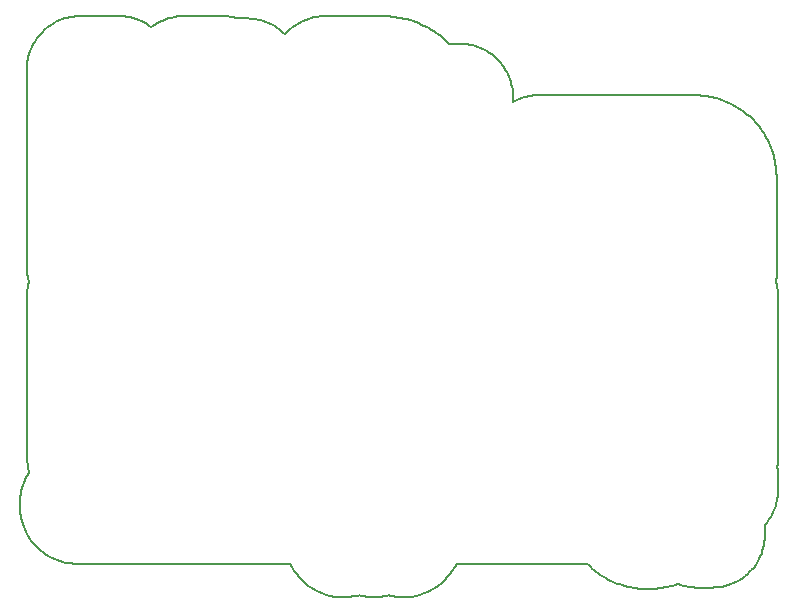
<source format=gbr>
%TF.GenerationSoftware,KiCad,Pcbnew,(5.1.6)-1*%
%TF.CreationDate,2020-09-30T19:57:20-06:00*%
%TF.ProjectId,PCB_LDE,5043425f-4c44-4452-9e6b-696361645f70,v1.0*%
%TF.SameCoordinates,Original*%
%TF.FileFunction,Profile,NP*%
%FSLAX46Y46*%
G04 Gerber Fmt 4.6, Leading zero omitted, Abs format (unit mm)*
G04 Created by KiCad (PCBNEW (5.1.6)-1) date 2020-09-30 19:57:20*
%MOMM*%
%LPD*%
G01*
G04 APERTURE LIST*
%TA.AperFunction,Profile*%
%ADD10C,0.200000*%
%TD*%
G04 APERTURE END LIST*
D10*
X137656645Y-75834282D02*
X137410923Y-75769325D01*
X137410923Y-75769325D02*
X137163907Y-75711081D01*
X137163907Y-75711081D02*
X136915694Y-75659558D01*
X136915694Y-75659558D02*
X136666380Y-75614764D01*
X136666380Y-75614764D02*
X136416061Y-75576708D01*
X136416061Y-75576708D02*
X136164833Y-75545398D01*
X136164833Y-75545398D02*
X135912793Y-75520843D01*
X135912793Y-75520843D02*
X135660037Y-75503052D01*
X135660037Y-75503052D02*
X135406661Y-75492032D01*
X135406661Y-75492032D02*
X135152761Y-75487793D01*
X135152761Y-75487793D02*
X134983251Y-75488739D01*
X137744495Y-75859776D02*
X137656645Y-75834282D01*
X146424758Y-82752637D02*
X146424758Y-82410625D01*
X168692951Y-98018135D02*
X168715023Y-97807355D01*
X168715023Y-97807355D02*
X168726928Y-97618655D01*
X141843125Y-77827615D02*
X140973992Y-77827615D01*
X148621006Y-82178081D02*
X148404004Y-82183417D01*
X148404004Y-82183417D02*
X148188216Y-82199308D01*
X148188216Y-82199308D02*
X147974016Y-82225576D01*
X147974016Y-82225576D02*
X147761780Y-82262042D01*
X147761780Y-82262042D02*
X147551882Y-82308528D01*
X147551882Y-82308528D02*
X147344699Y-82364857D01*
X147344699Y-82364857D02*
X147140605Y-82430851D01*
X147140605Y-82430851D02*
X146939976Y-82506331D01*
X146939976Y-82506331D02*
X146743187Y-82591120D01*
X146743187Y-82591120D02*
X146550613Y-82685039D01*
X146550613Y-82685039D02*
X146424758Y-82752637D01*
X148749164Y-82178081D02*
X148621006Y-82178081D01*
X164854985Y-82920844D02*
X164666418Y-82830124D01*
X164666418Y-82830124D02*
X164475568Y-82745407D01*
X164475568Y-82745407D02*
X164282340Y-82666672D01*
X164282340Y-82666672D02*
X164086637Y-82593898D01*
X164086637Y-82593898D02*
X163888364Y-82527066D01*
X163888364Y-82527066D02*
X163687426Y-82466153D01*
X163687426Y-82466153D02*
X163483728Y-82411140D01*
X163483728Y-82411140D02*
X163277174Y-82362006D01*
X163277174Y-82362006D02*
X163067669Y-82318729D01*
X163067669Y-82318729D02*
X162855117Y-82281290D01*
X162855117Y-82281290D02*
X162639423Y-82249668D01*
X162639423Y-82249668D02*
X162420492Y-82223841D01*
X162420492Y-82223841D02*
X162198228Y-82203790D01*
X162198228Y-82203790D02*
X161972536Y-82189493D01*
X161972536Y-82189493D02*
X161743320Y-82180930D01*
X161743320Y-82180930D02*
X161510486Y-82178081D01*
X168736919Y-97113604D02*
X168736923Y-96892010D01*
X168736923Y-96892010D02*
X168736935Y-96670420D01*
X168736935Y-96670420D02*
X168736955Y-96448831D01*
X168736955Y-96448831D02*
X168736984Y-96227242D01*
X168736984Y-96227242D02*
X168737022Y-96005653D01*
X168737022Y-96005653D02*
X168737068Y-95784061D01*
X168737068Y-95784061D02*
X168737124Y-95562465D01*
X168737124Y-95562465D02*
X168737188Y-95340865D01*
X168737188Y-95340865D02*
X168737261Y-95119259D01*
X168737261Y-95119259D02*
X168737343Y-94897645D01*
X168737343Y-94897645D02*
X168737435Y-94676023D01*
X168737435Y-94676023D02*
X168737536Y-94454391D01*
X168737536Y-94454391D02*
X168737647Y-94232748D01*
X168737647Y-94232748D02*
X168737767Y-94011092D01*
X168737767Y-94011092D02*
X168737898Y-93789423D01*
X168737898Y-93789423D02*
X168738038Y-93567739D01*
X168738038Y-93567739D02*
X168738189Y-93346039D01*
X168738189Y-93346039D02*
X168738349Y-93124321D01*
X168738349Y-93124321D02*
X168738520Y-92902585D01*
X168738520Y-92902585D02*
X168738702Y-92680829D01*
X168738702Y-92680829D02*
X168738894Y-92459051D01*
X168738894Y-92459051D02*
X168739096Y-92237251D01*
X168739096Y-92237251D02*
X168739310Y-92015428D01*
X168739310Y-92015428D02*
X168739535Y-91793579D01*
X168739535Y-91793579D02*
X168739770Y-91571704D01*
X168739770Y-91571704D02*
X168740017Y-91349802D01*
X168740017Y-91349802D02*
X168740275Y-91127871D01*
X168740275Y-91127871D02*
X168740545Y-90905910D01*
X168740545Y-90905910D02*
X168740827Y-90683917D01*
X168740827Y-90683917D02*
X168741120Y-90461892D01*
X168741120Y-90461892D02*
X168741425Y-90239833D01*
X168741425Y-90239833D02*
X168741742Y-90017740D01*
X168726928Y-97618655D02*
X168733051Y-97413212D01*
X168733051Y-97413212D02*
X168736498Y-97208176D01*
X168736498Y-97208176D02*
X168736919Y-97113604D01*
X168743464Y-89784507D02*
X168745256Y-89570613D01*
X168745256Y-89570613D02*
X168745152Y-89352863D01*
X168745152Y-89352863D02*
X168742464Y-89152685D01*
X168742464Y-89152685D02*
X168738297Y-88996614D01*
X168741742Y-90017740D02*
X168743464Y-89784507D01*
X168855086Y-99296761D02*
X168850821Y-99087782D01*
X168850821Y-99087782D02*
X168838254Y-98882183D01*
X168838254Y-98882183D02*
X168817726Y-98679981D01*
X168817726Y-98679981D02*
X168789575Y-98481193D01*
X168789575Y-98481193D02*
X168746212Y-98247178D01*
X168746212Y-98247178D02*
X168692951Y-98018135D01*
X168855086Y-112773974D02*
X168855086Y-99296761D01*
X168787799Y-113651009D02*
X168817451Y-113442689D01*
X168817451Y-113442689D02*
X168839795Y-113227946D01*
X168839795Y-113227946D02*
X168852962Y-113005475D01*
X168852962Y-113005475D02*
X168855488Y-112803450D01*
X168855488Y-112803450D02*
X168855086Y-112773974D01*
X130657245Y-75488739D02*
X130384895Y-75495507D01*
X130384895Y-75495507D02*
X130118023Y-75515614D01*
X130118023Y-75515614D02*
X129856903Y-75548765D01*
X129856903Y-75548765D02*
X129601811Y-75594664D01*
X129601811Y-75594664D02*
X129353025Y-75653014D01*
X129353025Y-75653014D02*
X129110819Y-75723520D01*
X129110819Y-75723520D02*
X128875470Y-75805886D01*
X128875470Y-75805886D02*
X128647255Y-75899817D01*
X128647255Y-75899817D02*
X128426448Y-76005015D01*
X128426448Y-76005015D02*
X128213326Y-76121185D01*
X128213326Y-76121185D02*
X128008166Y-76248032D01*
X128008166Y-76248032D02*
X127811243Y-76385259D01*
X127811243Y-76385259D02*
X127622833Y-76532571D01*
X127622833Y-76532571D02*
X127443212Y-76689672D01*
X127443212Y-76689672D02*
X127272658Y-76856265D01*
X127272658Y-76856265D02*
X127111445Y-77032056D01*
X140973992Y-77827615D02*
X140809273Y-77659763D01*
X140809273Y-77659763D02*
X140639295Y-77497526D01*
X140639295Y-77497526D02*
X140464124Y-77340983D01*
X140464124Y-77340983D02*
X140283826Y-77190212D01*
X140283826Y-77190212D02*
X140098467Y-77045291D01*
X140098467Y-77045291D02*
X139908114Y-76906300D01*
X139908114Y-76906300D02*
X139712832Y-76773317D01*
X139712832Y-76773317D02*
X139512690Y-76646420D01*
X139512690Y-76646420D02*
X139307752Y-76525688D01*
X139307752Y-76525688D02*
X139098085Y-76411199D01*
X139098085Y-76411199D02*
X138883756Y-76303032D01*
X138883756Y-76303032D02*
X138664830Y-76201266D01*
X138664830Y-76201266D02*
X138441375Y-76105978D01*
X138441375Y-76105978D02*
X138213456Y-76017248D01*
X138213456Y-76017248D02*
X137981141Y-75935155D01*
X137981141Y-75935155D02*
X137744495Y-75859776D01*
X161510486Y-82178081D02*
X161111739Y-82178331D01*
X161111739Y-82178331D02*
X160712996Y-82178565D01*
X160712996Y-82178565D02*
X160314256Y-82178783D01*
X160314256Y-82178783D02*
X159915518Y-82178985D01*
X159915518Y-82178985D02*
X159516782Y-82179171D01*
X159516782Y-82179171D02*
X159118046Y-82179340D01*
X159118046Y-82179340D02*
X158719311Y-82179493D01*
X158719311Y-82179493D02*
X158320575Y-82179631D01*
X158320575Y-82179631D02*
X157921838Y-82179752D01*
X157921838Y-82179752D02*
X157523100Y-82179857D01*
X157523100Y-82179857D02*
X157124359Y-82179946D01*
X157124359Y-82179946D02*
X156725616Y-82180018D01*
X156725616Y-82180018D02*
X156326869Y-82180075D01*
X156326869Y-82180075D02*
X155928118Y-82180115D01*
X155928118Y-82180115D02*
X155529361Y-82180139D01*
X155529361Y-82180139D02*
X155130600Y-82180148D01*
X155130600Y-82180148D02*
X154731832Y-82180139D01*
X154731832Y-82180139D02*
X154333058Y-82180115D01*
X154333058Y-82180115D02*
X153934277Y-82180075D01*
X153934277Y-82180075D02*
X153535487Y-82180018D01*
X153535487Y-82180018D02*
X153136689Y-82179946D01*
X153136689Y-82179946D02*
X152737882Y-82179857D01*
X152737882Y-82179857D02*
X152339065Y-82179752D01*
X152339065Y-82179752D02*
X151940237Y-82179631D01*
X151940237Y-82179631D02*
X151541398Y-82179493D01*
X151541398Y-82179493D02*
X151142548Y-82179340D01*
X151142548Y-82179340D02*
X150743685Y-82179171D01*
X150743685Y-82179171D02*
X150344809Y-82178985D01*
X150344809Y-82178985D02*
X149945920Y-82178783D01*
X149945920Y-82178783D02*
X149547016Y-82178565D01*
X149547016Y-82178565D02*
X149148098Y-82178331D01*
X149148098Y-82178331D02*
X148749164Y-82178081D01*
X146424758Y-82410625D02*
X146418906Y-82171360D01*
X146418906Y-82171360D02*
X146401528Y-81935625D01*
X146401528Y-81935625D02*
X146372890Y-81703689D01*
X146372890Y-81703689D02*
X146333260Y-81475815D01*
X146333260Y-81475815D02*
X146282904Y-81252273D01*
X146282904Y-81252273D02*
X146222088Y-81033327D01*
X146222088Y-81033327D02*
X146151079Y-80819245D01*
X146151079Y-80819245D02*
X146070144Y-80610293D01*
X146070144Y-80610293D02*
X145979550Y-80406738D01*
X145979550Y-80406738D02*
X145879562Y-80208846D01*
X145879562Y-80208846D02*
X145770449Y-80016884D01*
X145770449Y-80016884D02*
X145652475Y-79831119D01*
X145652475Y-79831119D02*
X145525909Y-79651817D01*
X145525909Y-79651817D02*
X145391017Y-79479244D01*
X145391017Y-79479244D02*
X145248064Y-79313668D01*
X145248064Y-79313668D02*
X145097319Y-79155354D01*
X145097319Y-79155354D02*
X144939047Y-79004570D01*
X144939047Y-79004570D02*
X144773516Y-78861582D01*
X144773516Y-78861582D02*
X144600991Y-78726656D01*
X144600991Y-78726656D02*
X144421740Y-78600060D01*
X144421740Y-78600060D02*
X144236030Y-78482059D01*
X144236030Y-78482059D02*
X144044126Y-78372921D01*
X144044126Y-78372921D02*
X143846295Y-78272912D01*
X143846295Y-78272912D02*
X143642805Y-78182298D01*
X143642805Y-78182298D02*
X143433921Y-78101346D01*
X143433921Y-78101346D02*
X143219911Y-78030323D01*
X143219911Y-78030323D02*
X143001041Y-77969495D01*
X143001041Y-77969495D02*
X142777578Y-77919129D01*
X142777578Y-77919129D02*
X142549788Y-77879491D01*
X142549788Y-77879491D02*
X142317938Y-77850849D01*
X142317938Y-77850849D02*
X142082295Y-77833467D01*
X142082295Y-77833467D02*
X141843125Y-77827615D01*
X134983251Y-75488739D02*
X130657245Y-75488739D01*
X168738297Y-88996614D02*
X168724335Y-88746530D01*
X168724335Y-88746530D02*
X168702777Y-88499290D01*
X168702777Y-88499290D02*
X168673690Y-88254998D01*
X168673690Y-88254998D02*
X168637141Y-88013757D01*
X168637141Y-88013757D02*
X168593196Y-87775672D01*
X168593196Y-87775672D02*
X168541923Y-87540847D01*
X168541923Y-87540847D02*
X168483387Y-87309386D01*
X168483387Y-87309386D02*
X168417655Y-87081394D01*
X168417655Y-87081394D02*
X168344795Y-86856974D01*
X168344795Y-86856974D02*
X168264873Y-86636230D01*
X168264873Y-86636230D02*
X168177955Y-86419267D01*
X168177955Y-86419267D02*
X168084109Y-86206189D01*
X168084109Y-86206189D02*
X167983402Y-85997100D01*
X167983402Y-85997100D02*
X167875899Y-85792105D01*
X167875899Y-85792105D02*
X167761668Y-85591306D01*
X167761668Y-85591306D02*
X167640775Y-85394810D01*
X167640775Y-85394810D02*
X167513288Y-85202718D01*
X167513288Y-85202718D02*
X167379272Y-85015137D01*
X167379272Y-85015137D02*
X167238796Y-84832169D01*
X167238796Y-84832169D02*
X167091924Y-84653920D01*
X167091924Y-84653920D02*
X166938725Y-84480492D01*
X166938725Y-84480492D02*
X166779265Y-84311991D01*
X166779265Y-84311991D02*
X166613610Y-84148521D01*
X166613610Y-84148521D02*
X166441828Y-83990185D01*
X166441828Y-83990185D02*
X166263985Y-83837088D01*
X166263985Y-83837088D02*
X166080148Y-83689334D01*
X166080148Y-83689334D02*
X165890383Y-83547027D01*
X165890383Y-83547027D02*
X165694758Y-83410271D01*
X165694758Y-83410271D02*
X165493338Y-83279171D01*
X165493338Y-83279171D02*
X165286192Y-83153830D01*
X165286192Y-83153830D02*
X165073385Y-83034353D01*
X165073385Y-83034353D02*
X164854985Y-82920844D01*
X127111445Y-77032056D02*
X126957507Y-76880988D01*
X126957507Y-76880988D02*
X126796399Y-76737501D01*
X126796399Y-76737501D02*
X126628410Y-76601893D01*
X126628410Y-76601893D02*
X126453828Y-76474465D01*
X126453828Y-76474465D02*
X126272939Y-76355513D01*
X126272939Y-76355513D02*
X126086032Y-76245338D01*
X126086032Y-76245338D02*
X125893396Y-76144237D01*
X125893396Y-76144237D02*
X125695316Y-76052510D01*
X125695316Y-76052510D02*
X125492083Y-75970455D01*
X125492083Y-75970455D02*
X125283982Y-75898372D01*
X125283982Y-75898372D02*
X125071303Y-75836559D01*
X125071303Y-75836559D02*
X124854333Y-75785314D01*
X124854333Y-75785314D02*
X124633359Y-75744937D01*
X124633359Y-75744937D02*
X124408671Y-75715727D01*
X124408671Y-75715727D02*
X124180554Y-75697981D01*
X124180554Y-75697981D02*
X123949299Y-75692000D01*
X168876445Y-114552332D02*
X168872083Y-114351629D01*
X168872083Y-114351629D02*
X168856592Y-114124517D01*
X168856592Y-114124517D02*
X168830184Y-113900055D01*
X168830184Y-113900055D02*
X168793158Y-113678488D01*
X168793158Y-113678488D02*
X168787799Y-113651009D01*
X105452280Y-114092304D02*
X105322735Y-114305865D01*
X105322735Y-114305865D02*
X105204031Y-114526375D01*
X105204031Y-114526375D02*
X105096583Y-114753476D01*
X105096583Y-114753476D02*
X105000807Y-114986809D01*
X105000807Y-114986809D02*
X104917117Y-115226017D01*
X104917117Y-115226017D02*
X104845929Y-115470740D01*
X104845929Y-115470740D02*
X104787658Y-115720622D01*
X104787658Y-115720622D02*
X104742718Y-115975304D01*
X104742718Y-115975304D02*
X104711526Y-116234428D01*
X104711526Y-116234428D02*
X104694496Y-116497636D01*
X104694496Y-116497636D02*
X104691216Y-116675200D01*
X167749899Y-119310009D02*
X167749899Y-118538997D01*
X162133704Y-123872349D02*
X163169644Y-123872349D01*
X159314583Y-123864081D02*
X159527782Y-123821247D01*
X159527782Y-123821247D02*
X159737946Y-123772043D01*
X159737946Y-123772043D02*
X159945104Y-123716743D01*
X159945104Y-123716743D02*
X160149285Y-123655621D01*
X160149285Y-123655621D02*
X160350520Y-123588950D01*
X160350520Y-123588950D02*
X160416949Y-123565542D01*
X133345625Y-124526228D02*
X133575997Y-124581091D01*
X133575997Y-124581091D02*
X133810311Y-124624601D01*
X133810311Y-124624601D02*
X134047619Y-124656814D01*
X134047619Y-124656814D02*
X134286977Y-124677787D01*
X134286977Y-124677787D02*
X134527436Y-124687576D01*
X134527436Y-124687576D02*
X134768052Y-124686236D01*
X134768052Y-124686236D02*
X135007879Y-124673824D01*
X135007879Y-124673824D02*
X135245969Y-124650397D01*
X135245969Y-124650397D02*
X135481378Y-124616010D01*
X135481378Y-124616010D02*
X135713158Y-124570720D01*
X135713158Y-124570720D02*
X135865196Y-124534497D01*
X163169644Y-123872349D02*
X163233723Y-123872694D01*
X137125412Y-124691593D02*
X137490835Y-124678432D01*
X137490835Y-124678432D02*
X137849902Y-124639488D01*
X137849902Y-124639488D02*
X138201584Y-124575566D01*
X138201584Y-124575566D02*
X138544855Y-124487471D01*
X138544855Y-124487471D02*
X138878687Y-124376008D01*
X138878687Y-124376008D02*
X139202053Y-124241983D01*
X139202053Y-124241983D02*
X139513925Y-124086202D01*
X139513925Y-124086202D02*
X139813275Y-123909470D01*
X139813275Y-123909470D02*
X140099076Y-123712591D01*
X140099076Y-123712591D02*
X140370301Y-123496373D01*
X140370301Y-123496373D02*
X140625922Y-123261620D01*
X140625922Y-123261620D02*
X140864912Y-123009137D01*
X140864912Y-123009137D02*
X141086242Y-122739730D01*
X141086242Y-122739730D02*
X141288887Y-122454205D01*
X141288887Y-122454205D02*
X141471818Y-122153366D01*
X141471818Y-122153366D02*
X141634008Y-121838020D01*
X104691216Y-116675200D02*
X104691216Y-117058295D01*
X105246048Y-80107234D02*
X105246048Y-96699159D01*
X127560104Y-121855935D02*
X127721391Y-122167200D01*
X127721391Y-122167200D02*
X127902825Y-122464214D01*
X127902825Y-122464214D02*
X128103450Y-122746200D01*
X128103450Y-122746200D02*
X128322312Y-123012383D01*
X128322312Y-123012383D02*
X128558454Y-123261987D01*
X128558454Y-123261987D02*
X128810920Y-123494236D01*
X128810920Y-123494236D02*
X129078756Y-123708356D01*
X129078756Y-123708356D02*
X129361005Y-123903570D01*
X129361005Y-123903570D02*
X129656713Y-124079102D01*
X129656713Y-124079102D02*
X129964923Y-124234177D01*
X129964923Y-124234177D02*
X130284680Y-124368019D01*
X130284680Y-124368019D02*
X130615028Y-124479853D01*
X130615028Y-124479853D02*
X130955012Y-124568903D01*
X130955012Y-124568903D02*
X131303677Y-124634394D01*
X131303677Y-124634394D02*
X131660066Y-124675549D01*
X131660066Y-124675549D02*
X132023225Y-124691593D01*
X166430772Y-122580783D02*
X166603449Y-122399774D01*
X166603449Y-122399774D02*
X166778027Y-122194348D01*
X166778027Y-122194348D02*
X166950338Y-121963960D01*
X166950338Y-121963960D02*
X167061894Y-121796230D01*
X167061894Y-121796230D02*
X167169354Y-121617003D01*
X167169354Y-121617003D02*
X167271485Y-121426117D01*
X167271485Y-121426117D02*
X167367051Y-121223409D01*
X167367051Y-121223409D02*
X167454818Y-121008719D01*
X167454818Y-121008719D02*
X167533550Y-120781885D01*
X167533550Y-120781885D02*
X167602012Y-120542746D01*
X167602012Y-120542746D02*
X167658970Y-120291139D01*
X167658970Y-120291139D02*
X167703189Y-120026905D01*
X167703189Y-120026905D02*
X167733434Y-119749880D01*
X167733434Y-119749880D02*
X167748470Y-119459904D01*
X167748470Y-119459904D02*
X167749899Y-119310009D01*
X105246048Y-96699159D02*
X105250830Y-96916735D01*
X105250830Y-96916735D02*
X105265025Y-97131253D01*
X105265025Y-97131253D02*
X105288401Y-97342543D01*
X105288401Y-97342543D02*
X105320729Y-97550435D01*
X105320729Y-97550435D02*
X105361778Y-97754760D01*
X105361778Y-97754760D02*
X105411318Y-97955348D01*
X105411318Y-97955348D02*
X105433461Y-98034499D01*
X109861098Y-75492873D02*
X109617987Y-75498607D01*
X109617987Y-75498607D02*
X109378808Y-75515652D01*
X109378808Y-75515652D02*
X109143807Y-75543771D01*
X109143807Y-75543771D02*
X108913226Y-75582724D01*
X108913226Y-75582724D02*
X108687312Y-75632275D01*
X108687312Y-75632275D02*
X108466309Y-75692186D01*
X108466309Y-75692186D02*
X108250461Y-75762218D01*
X108250461Y-75762218D02*
X108040015Y-75842135D01*
X108040015Y-75842135D02*
X107835214Y-75931698D01*
X107835214Y-75931698D02*
X107636303Y-76030670D01*
X107636303Y-76030670D02*
X107443528Y-76138813D01*
X107443528Y-76138813D02*
X107257132Y-76255889D01*
X107257132Y-76255889D02*
X107077362Y-76381661D01*
X107077362Y-76381661D02*
X106904461Y-76515890D01*
X106904461Y-76515890D02*
X106738674Y-76658339D01*
X106738674Y-76658339D02*
X106580247Y-76808770D01*
X106580247Y-76808770D02*
X106429424Y-76966945D01*
X106429424Y-76966945D02*
X106286450Y-77132627D01*
X106286450Y-77132627D02*
X106151570Y-77305579D01*
X106151570Y-77305579D02*
X106025028Y-77485561D01*
X106025028Y-77485561D02*
X105907069Y-77672336D01*
X105907069Y-77672336D02*
X105797939Y-77865668D01*
X105797939Y-77865668D02*
X105697882Y-78065317D01*
X105697882Y-78065317D02*
X105607142Y-78271046D01*
X105607142Y-78271046D02*
X105525966Y-78482618D01*
X105525966Y-78482618D02*
X105454596Y-78699794D01*
X105454596Y-78699794D02*
X105393279Y-78922337D01*
X105393279Y-78922337D02*
X105342259Y-79150009D01*
X105342259Y-79150009D02*
X105301781Y-79382572D01*
X105301781Y-79382572D02*
X105272090Y-79619790D01*
X105272090Y-79619790D02*
X105253431Y-79861422D01*
X105253431Y-79861422D02*
X105246048Y-80107234D01*
X137036700Y-124690559D02*
X137125412Y-124691593D01*
X115803371Y-76437045D02*
X115600387Y-76287984D01*
X115600387Y-76287984D02*
X115389039Y-76150020D01*
X115389039Y-76150020D02*
X115169723Y-76023655D01*
X115169723Y-76023655D02*
X114942838Y-75909390D01*
X114942838Y-75909390D02*
X114708782Y-75807727D01*
X114708782Y-75807727D02*
X114467954Y-75719169D01*
X114467954Y-75719169D02*
X114220750Y-75644217D01*
X114220750Y-75644217D02*
X113967570Y-75583372D01*
X113967570Y-75583372D02*
X113708811Y-75537137D01*
X113708811Y-75537137D02*
X113444871Y-75506013D01*
X113444871Y-75506013D02*
X113266231Y-75493907D01*
X123949299Y-75692000D02*
X123190000Y-75692000D01*
X113266231Y-75493907D02*
X113223684Y-75491840D01*
X152697932Y-121851801D02*
X152839729Y-121996257D01*
X152839729Y-121996257D02*
X152985900Y-122136446D01*
X152985900Y-122136446D02*
X153136384Y-122272299D01*
X153136384Y-122272299D02*
X153291123Y-122403748D01*
X153291123Y-122403748D02*
X153450057Y-122530723D01*
X153450057Y-122530723D02*
X153613125Y-122653156D01*
X153613125Y-122653156D02*
X153780269Y-122770979D01*
X153780269Y-122770979D02*
X153951430Y-122884123D01*
X153951430Y-122884123D02*
X154126546Y-122992519D01*
X154126546Y-122992519D02*
X154305560Y-123096099D01*
X154305560Y-123096099D02*
X154488411Y-123194793D01*
X154488411Y-123194793D02*
X154675040Y-123288534D01*
X154675040Y-123288534D02*
X154865387Y-123377253D01*
X154865387Y-123377253D02*
X155059393Y-123460880D01*
X155059393Y-123460880D02*
X155256998Y-123539349D01*
X155256998Y-123539349D02*
X155458143Y-123612589D01*
X167749899Y-118538997D02*
X167884083Y-118380414D01*
X167884083Y-118380414D02*
X168010230Y-118216562D01*
X168010230Y-118216562D02*
X168128239Y-118047681D01*
X168128239Y-118047681D02*
X168238009Y-117874007D01*
X168238009Y-117874007D02*
X168339441Y-117695779D01*
X168339441Y-117695779D02*
X168432433Y-117513235D01*
X168432433Y-117513235D02*
X168516886Y-117326614D01*
X168516886Y-117326614D02*
X168592698Y-117136153D01*
X168592698Y-117136153D02*
X168659770Y-116942091D01*
X168659770Y-116942091D02*
X168718001Y-116744667D01*
X168718001Y-116744667D02*
X168767290Y-116544117D01*
X168767290Y-116544117D02*
X168807538Y-116340681D01*
X168807538Y-116340681D02*
X168838643Y-116134596D01*
X168838643Y-116134596D02*
X168860505Y-115926101D01*
X168860505Y-115926101D02*
X168873025Y-115715434D01*
X168873025Y-115715434D02*
X168876101Y-115502834D01*
X105273092Y-99276779D02*
X105273092Y-112774663D01*
X132023225Y-124691593D02*
X132235900Y-124686240D01*
X132235900Y-124686240D02*
X132446647Y-124673820D01*
X132446647Y-124673820D02*
X132655253Y-124653979D01*
X132655253Y-124653979D02*
X132861503Y-124626361D01*
X132861503Y-124626361D02*
X133065187Y-124590612D01*
X133065187Y-124590612D02*
X133266090Y-124546377D01*
X133266090Y-124546377D02*
X133345625Y-124526228D01*
X135865196Y-124534497D02*
X136078338Y-124584217D01*
X136078338Y-124584217D02*
X136294760Y-124624722D01*
X136294760Y-124624722D02*
X136514215Y-124655807D01*
X136514215Y-124655807D02*
X136736460Y-124677268D01*
X136736460Y-124677268D02*
X136961247Y-124688901D01*
X136961247Y-124688901D02*
X137036700Y-124690559D01*
X121675709Y-75483916D02*
X118595793Y-75483916D01*
X118595793Y-75483916D02*
X118314049Y-75488750D01*
X118314049Y-75488750D02*
X118033757Y-75512533D01*
X118033757Y-75512533D02*
X117755841Y-75554758D01*
X117755841Y-75554758D02*
X117481231Y-75614920D01*
X117481231Y-75614920D02*
X117210851Y-75692513D01*
X117210851Y-75692513D02*
X116945630Y-75787031D01*
X116945630Y-75787031D02*
X116686493Y-75897968D01*
X116686493Y-75897968D02*
X116434370Y-76024820D01*
X116434370Y-76024820D02*
X116190185Y-76167079D01*
X116190185Y-76167079D02*
X115954866Y-76324241D01*
X115954866Y-76324241D02*
X115803371Y-76437045D01*
X104691216Y-117058295D02*
X104697470Y-117304813D01*
X104697470Y-117304813D02*
X104716031Y-117548137D01*
X104716031Y-117548137D02*
X104746595Y-117787964D01*
X104746595Y-117787964D02*
X104788858Y-118023988D01*
X104788858Y-118023988D02*
X104842516Y-118255906D01*
X104842516Y-118255906D02*
X104907266Y-118483416D01*
X104907266Y-118483416D02*
X104982803Y-118706212D01*
X104982803Y-118706212D02*
X105068825Y-118923991D01*
X105068825Y-118923991D02*
X105165027Y-119136450D01*
X105165027Y-119136450D02*
X105271106Y-119343285D01*
X105271106Y-119343285D02*
X105386757Y-119544191D01*
X105386757Y-119544191D02*
X105511678Y-119738866D01*
X105511678Y-119738866D02*
X105645564Y-119927005D01*
X105645564Y-119927005D02*
X105788112Y-120108305D01*
X105788112Y-120108305D02*
X105939017Y-120282463D01*
X105939017Y-120282463D02*
X106097977Y-120449173D01*
X106097977Y-120449173D02*
X106264687Y-120608133D01*
X106264687Y-120608133D02*
X106438845Y-120759038D01*
X106438845Y-120759038D02*
X106620145Y-120901586D01*
X106620145Y-120901586D02*
X106808284Y-121035472D01*
X106808284Y-121035472D02*
X107002959Y-121160393D01*
X107002959Y-121160393D02*
X107203865Y-121276044D01*
X107203865Y-121276044D02*
X107410700Y-121382123D01*
X107410700Y-121382123D02*
X107623159Y-121478325D01*
X107623159Y-121478325D02*
X107840938Y-121564347D01*
X107840938Y-121564347D02*
X108063734Y-121639884D01*
X108063734Y-121639884D02*
X108291244Y-121704634D01*
X108291244Y-121704634D02*
X108523162Y-121758292D01*
X108523162Y-121758292D02*
X108759186Y-121800555D01*
X108759186Y-121800555D02*
X108999013Y-121831119D01*
X108999013Y-121831119D02*
X109242337Y-121849680D01*
X109242337Y-121849680D02*
X109488856Y-121855935D01*
X168876101Y-114593674D02*
X168876445Y-114552332D01*
X168876101Y-115502834D02*
X168874550Y-115275124D01*
X168874550Y-115275124D02*
X168874034Y-115047737D01*
X168874034Y-115047737D02*
X168874550Y-114820608D01*
X168874550Y-114820608D02*
X168876101Y-114593674D01*
X163233723Y-123872694D02*
X163535512Y-123863514D01*
X163535512Y-123863514D02*
X163823618Y-123837077D01*
X163823618Y-123837077D02*
X164098059Y-123795036D01*
X164098059Y-123795036D02*
X164358853Y-123739045D01*
X164358853Y-123739045D02*
X164606020Y-123670757D01*
X164606020Y-123670757D02*
X164839578Y-123591824D01*
X164839578Y-123591824D02*
X165059546Y-123503900D01*
X165059546Y-123503900D02*
X165265942Y-123408639D01*
X165265942Y-123408639D02*
X165458785Y-123307693D01*
X165458785Y-123307693D02*
X165638093Y-123202716D01*
X165638093Y-123202716D02*
X165881721Y-123041309D01*
X165881721Y-123041309D02*
X166095001Y-122880131D01*
X166095001Y-122880131D02*
X166277997Y-122724762D01*
X166277997Y-122724762D02*
X166430772Y-122580783D01*
X109488856Y-121855935D02*
X127560104Y-121855935D01*
X162112345Y-123872349D02*
X162133704Y-123872349D01*
X155458143Y-123612589D02*
X155684490Y-123686739D01*
X155684490Y-123686739D02*
X155913011Y-123753125D01*
X155913011Y-123753125D02*
X156143660Y-123811740D01*
X156143660Y-123811740D02*
X156376390Y-123862579D01*
X156376390Y-123862579D02*
X156611154Y-123905636D01*
X156611154Y-123905636D02*
X156847907Y-123940906D01*
X156847907Y-123940906D02*
X157086602Y-123968382D01*
X157086602Y-123968382D02*
X157327193Y-123988061D01*
X157327193Y-123988061D02*
X157569632Y-123999935D01*
X157569632Y-123999935D02*
X157813874Y-124004000D01*
X157813874Y-124004000D02*
X158059873Y-124000250D01*
X158059873Y-124000250D02*
X158307581Y-123988680D01*
X158307581Y-123988680D02*
X158556952Y-123969283D01*
X158556952Y-123969283D02*
X158807941Y-123942055D01*
X158807941Y-123942055D02*
X159060500Y-123906989D01*
X159060500Y-123906989D02*
X159314583Y-123864081D01*
X141634008Y-121838020D02*
X152697932Y-121851801D01*
X160416949Y-123565542D02*
X160646942Y-123646791D01*
X160646942Y-123646791D02*
X160839806Y-123704529D01*
X160839806Y-123704529D02*
X161040774Y-123754998D01*
X161040774Y-123754998D02*
X161250052Y-123797445D01*
X161250052Y-123797445D02*
X161467844Y-123831119D01*
X161467844Y-123831119D02*
X161694355Y-123855269D01*
X161694355Y-123855269D02*
X161929789Y-123869141D01*
X161929789Y-123869141D02*
X162112345Y-123872349D01*
X105433461Y-98034499D02*
X105380906Y-98257996D01*
X105380906Y-98257996D02*
X105338038Y-98485898D01*
X105338038Y-98485898D02*
X105305480Y-98718158D01*
X105305480Y-98718158D02*
X105283851Y-98954728D01*
X105283851Y-98954728D02*
X105274626Y-99155128D01*
X105274626Y-99155128D02*
X105273092Y-99276779D01*
X113223684Y-75491840D02*
X113021663Y-75487361D01*
X113021663Y-75487361D02*
X112843173Y-75488739D01*
X112843173Y-75488739D02*
X109861098Y-75492873D01*
X105273092Y-112774663D02*
X105277754Y-112989639D01*
X105277754Y-112989639D02*
X105291527Y-113201376D01*
X105291527Y-113201376D02*
X105314093Y-113409786D01*
X105314093Y-113409786D02*
X105345131Y-113614780D01*
X105345131Y-113614780D02*
X105384322Y-113816271D01*
X105384322Y-113816271D02*
X105431348Y-114014170D01*
X105431348Y-114014170D02*
X105452280Y-114092304D01*
X123190000Y-75692000D02*
X122961120Y-75626450D01*
X122961120Y-75626450D02*
X122728725Y-75573183D01*
X122728725Y-75573183D02*
X122493260Y-75532165D01*
X122493260Y-75532165D02*
X122255170Y-75503367D01*
X122255170Y-75503367D02*
X122014900Y-75486756D01*
X122014900Y-75486756D02*
X121772896Y-75482301D01*
X121772896Y-75482301D02*
X121675709Y-75483916D01*
M02*

</source>
